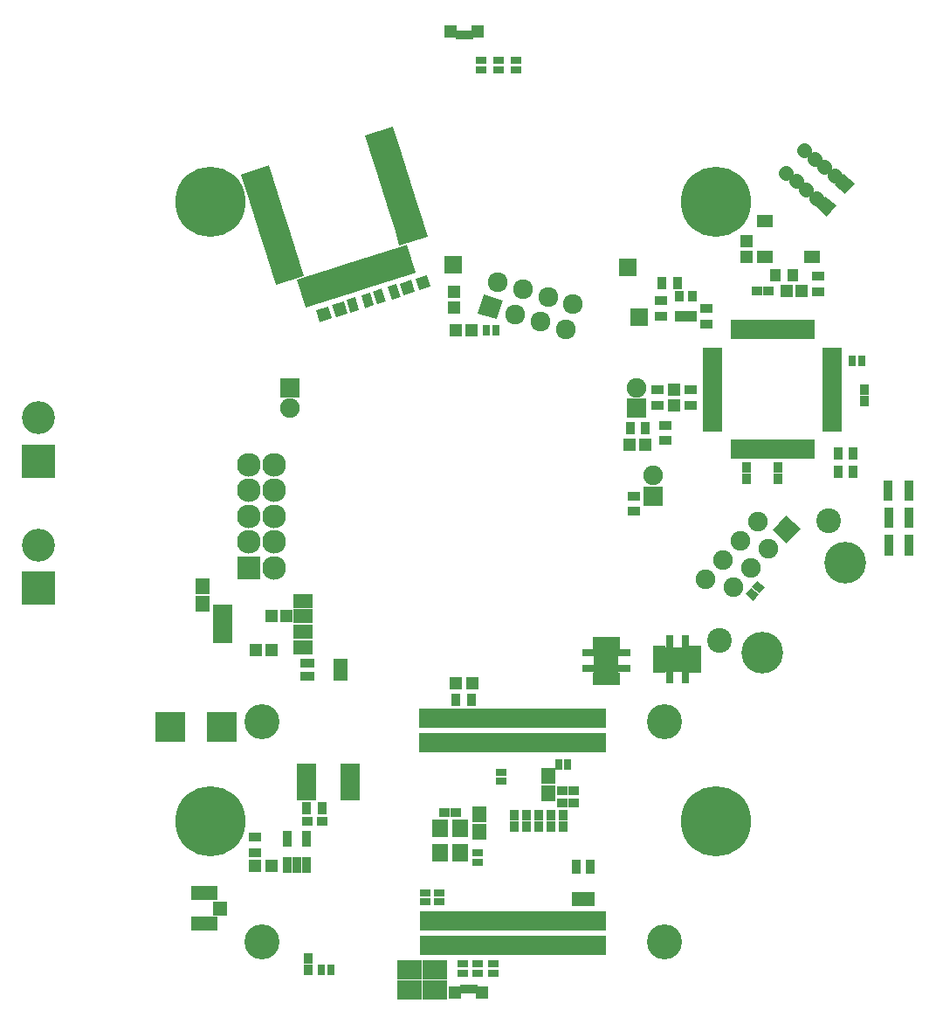
<source format=gbr>
G04 #@! TF.FileFunction,Soldermask,Top*
%FSLAX46Y46*%
G04 Gerber Fmt 4.6, Leading zero omitted, Abs format (unit mm)*
G04 Created by KiCad (PCBNEW 4.0.4-stable) date 02/27/17 08:30:15*
%MOMM*%
%LPD*%
G01*
G04 APERTURE LIST*
%ADD10C,0.100000*%
%ADD11R,0.950100X0.650380*%
%ADD12R,3.200000X3.200000*%
%ADD13C,3.200000*%
%ADD14R,1.300000X0.900000*%
%ADD15R,1.898600X0.679400*%
%ADD16R,0.679400X1.898600*%
%ADD17R,0.900000X1.300000*%
%ADD18R,0.900000X1.400000*%
%ADD19R,1.250000X0.680000*%
%ADD20R,0.680000X1.250000*%
%ADD21R,2.450000X2.450000*%
%ADD22R,1.600000X1.800000*%
%ADD23R,1.000000X0.800000*%
%ADD24R,1.000000X0.900000*%
%ADD25R,1.900000X1.900000*%
%ADD26C,1.900000*%
%ADD27R,2.300000X2.300000*%
%ADD28C,2.300000*%
%ADD29R,1.200000X1.150000*%
%ADD30R,1.150000X1.200000*%
%ADD31R,1.200000X1.200000*%
%ADD32R,1.000000X0.950000*%
%ADD33R,1.900000X3.600000*%
%ADD34C,6.800000*%
%ADD35R,1.900000X1.400000*%
%ADD36R,1.900000X3.700000*%
%ADD37R,0.948640X1.598880*%
%ADD38R,0.820000X1.000000*%
%ADD39R,1.000000X1.200000*%
%ADD40R,1.600000X1.300000*%
%ADD41R,1.398220X1.499820*%
%ADD42R,0.600000X1.840000*%
%ADD43R,1.400000X0.900000*%
%ADD44C,1.400000*%
%ADD45R,0.900000X1.000000*%
%ADD46R,0.800000X1.000000*%
%ADD47R,2.600000X1.450000*%
%ADD48R,1.450000X1.400000*%
%ADD49R,1.250000X1.300000*%
%ADD50R,0.850000X0.900000*%
%ADD51C,3.400000*%
%ADD52R,2.950000X2.900000*%
%ADD53C,4.050000*%
%ADD54C,2.400000*%
%ADD55R,1.750000X1.750000*%
%ADD56R,2.440000X1.940000*%
%ADD57C,1.924000*%
G04 APERTURE END LIST*
D10*
D11*
X189749240Y-104949760D03*
X191750760Y-105600000D03*
X189749240Y-106250240D03*
X189749240Y-105600000D03*
X191750760Y-106250240D03*
X191750760Y-104949760D03*
D10*
G36*
X142311164Y-79225734D02*
X141890176Y-77890530D01*
X144608270Y-77033518D01*
X145029258Y-78368722D01*
X142311164Y-79225734D01*
X142311164Y-79225734D01*
G37*
G36*
X133233879Y-85254349D02*
X132376867Y-82536255D01*
X133712071Y-82115267D01*
X134569083Y-84833361D01*
X133233879Y-85254349D01*
X133233879Y-85254349D01*
G37*
G36*
X127356951Y-73665194D02*
X126935963Y-72329990D01*
X129654057Y-71472978D01*
X130075045Y-72808182D01*
X127356951Y-73665194D01*
X127356951Y-73665194D01*
G37*
G36*
X127777939Y-75000398D02*
X127356951Y-73665194D01*
X130075045Y-72808182D01*
X130496033Y-74143386D01*
X127777939Y-75000398D01*
X127777939Y-75000398D01*
G37*
G36*
X128198927Y-76335601D02*
X127777939Y-75000397D01*
X130496033Y-74143385D01*
X130917021Y-75478589D01*
X128198927Y-76335601D01*
X128198927Y-76335601D01*
G37*
G36*
X128619915Y-77670805D02*
X128198927Y-76335601D01*
X130917021Y-75478589D01*
X131338009Y-76813793D01*
X128619915Y-77670805D01*
X128619915Y-77670805D01*
G37*
G36*
X129040903Y-79006009D02*
X128619915Y-77670805D01*
X131338009Y-76813793D01*
X131758997Y-78148997D01*
X129040903Y-79006009D01*
X129040903Y-79006009D01*
G37*
G36*
X129461891Y-80341212D02*
X129040903Y-79006008D01*
X131758997Y-78148996D01*
X132179985Y-79484200D01*
X129461891Y-80341212D01*
X129461891Y-80341212D01*
G37*
G36*
X129882879Y-81676416D02*
X129461891Y-80341212D01*
X132179985Y-79484200D01*
X132600973Y-80819404D01*
X129882879Y-81676416D01*
X129882879Y-81676416D01*
G37*
G36*
X130303867Y-83011620D02*
X129882879Y-81676416D01*
X132600973Y-80819404D01*
X133021961Y-82154608D01*
X130303867Y-83011620D01*
X130303867Y-83011620D01*
G37*
G36*
X134569083Y-84833361D02*
X133712071Y-82115267D01*
X135047275Y-81694279D01*
X135904287Y-84412373D01*
X134569083Y-84833361D01*
X134569083Y-84833361D01*
G37*
G36*
X135904287Y-84412373D02*
X135047275Y-81694279D01*
X136382479Y-81273291D01*
X137239491Y-83991385D01*
X135904287Y-84412373D01*
X135904287Y-84412373D01*
G37*
G36*
X137239491Y-83991384D02*
X136382479Y-81273290D01*
X137717683Y-80852302D01*
X138574695Y-83570396D01*
X137239491Y-83991384D01*
X137239491Y-83991384D01*
G37*
G36*
X138574694Y-83570396D02*
X137717682Y-80852302D01*
X139052886Y-80431314D01*
X139909898Y-83149408D01*
X138574694Y-83570396D01*
X138574694Y-83570396D01*
G37*
G36*
X139909898Y-83149408D02*
X139052886Y-80431314D01*
X140388090Y-80010326D01*
X141245102Y-82728420D01*
X139909898Y-83149408D01*
X139909898Y-83149408D01*
G37*
G36*
X141245102Y-82728420D02*
X140388090Y-80010326D01*
X141723294Y-79589338D01*
X142580306Y-82307432D01*
X141245102Y-82728420D01*
X141245102Y-82728420D01*
G37*
G36*
X142580306Y-82307432D02*
X141723294Y-79589338D01*
X143058498Y-79168350D01*
X143915510Y-81886444D01*
X142580306Y-82307432D01*
X142580306Y-82307432D01*
G37*
G36*
X141890176Y-77890530D02*
X141469188Y-76555326D01*
X144187282Y-75698314D01*
X144608270Y-77033518D01*
X141890176Y-77890530D01*
X141890176Y-77890530D01*
G37*
G36*
X141469188Y-76555326D02*
X141048200Y-75220122D01*
X143766294Y-74363110D01*
X144187282Y-75698314D01*
X141469188Y-76555326D01*
X141469188Y-76555326D01*
G37*
G36*
X141048200Y-75220123D02*
X140627212Y-73884919D01*
X143345306Y-73027907D01*
X143766294Y-74363111D01*
X141048200Y-75220123D01*
X141048200Y-75220123D01*
G37*
G36*
X140627211Y-73884919D02*
X140206223Y-72549715D01*
X142924317Y-71692703D01*
X143345305Y-73027907D01*
X140627211Y-73884919D01*
X140627211Y-73884919D01*
G37*
G36*
X140206223Y-72549715D02*
X139785235Y-71214511D01*
X142503329Y-70357499D01*
X142924317Y-71692703D01*
X140206223Y-72549715D01*
X140206223Y-72549715D01*
G37*
G36*
X139785235Y-71214512D02*
X139364247Y-69879308D01*
X142082341Y-69022296D01*
X142503329Y-70357500D01*
X139785235Y-71214512D01*
X139785235Y-71214512D01*
G37*
G36*
X139364247Y-69879308D02*
X138943259Y-68544104D01*
X141661353Y-67687092D01*
X142082341Y-69022296D01*
X139364247Y-69879308D01*
X139364247Y-69879308D01*
G37*
G36*
X137549710Y-85741434D02*
X137158793Y-84501602D01*
X138017138Y-84230966D01*
X138408055Y-85470798D01*
X137549710Y-85741434D01*
X137549710Y-85741434D01*
G37*
G36*
X138980286Y-85290376D02*
X138589369Y-84050544D01*
X139447714Y-83779908D01*
X139838631Y-85019740D01*
X138980286Y-85290376D01*
X138980286Y-85290376D01*
G37*
D12*
X107340400Y-100110400D03*
D13*
X107340400Y-95910400D03*
D14*
X182925000Y-83700000D03*
X182925000Y-82200000D03*
D15*
X172702220Y-89433400D03*
X172702220Y-89933780D03*
X172702220Y-90434160D03*
X172702220Y-90934540D03*
X172702220Y-91434920D03*
X172702220Y-91932760D03*
X172702220Y-92433140D03*
X172702220Y-92933520D03*
X172702220Y-93431360D03*
X172702220Y-93931740D03*
X172702220Y-94432120D03*
X172702220Y-94929960D03*
X172702220Y-95430340D03*
X172702220Y-95930720D03*
X172702220Y-96431100D03*
X172702220Y-96931480D03*
D16*
X174752000Y-98981260D03*
X175252380Y-98981260D03*
X175752760Y-98981260D03*
X176253140Y-98981260D03*
X176753520Y-98981260D03*
X177251360Y-98981260D03*
X177751740Y-98981260D03*
X178252120Y-98981260D03*
X178749960Y-98981260D03*
X179250340Y-98981260D03*
X179750720Y-98981260D03*
X180248560Y-98981260D03*
X180748940Y-98981260D03*
X181249320Y-98981260D03*
X181749700Y-98981260D03*
X182250080Y-98981260D03*
D15*
X184299860Y-96931480D03*
X184299860Y-96431100D03*
X184299860Y-95930720D03*
X184299860Y-95430340D03*
X184299860Y-94929960D03*
X184299860Y-94432120D03*
X184299860Y-93931740D03*
X184299860Y-93431360D03*
X184299860Y-92933520D03*
X184299860Y-92433140D03*
X184299860Y-91932760D03*
X184299860Y-91434920D03*
X184299860Y-90934540D03*
X184299860Y-90434160D03*
X184299860Y-89933780D03*
X184299860Y-89433400D03*
D16*
X182250080Y-87383620D03*
X181749700Y-87383620D03*
X181249320Y-87383620D03*
X180748940Y-87383620D03*
X180248560Y-87383620D03*
X179750720Y-87383620D03*
X179250340Y-87383620D03*
X178749960Y-87383620D03*
X178252120Y-87383620D03*
X177751740Y-87383620D03*
X177251360Y-87383620D03*
X176753520Y-87383620D03*
X176253140Y-87383620D03*
X175752760Y-87383620D03*
X175252380Y-87383620D03*
X174752000Y-87383620D03*
D17*
X167775000Y-82850000D03*
X169275000Y-82850000D03*
D18*
X159475000Y-142600000D03*
X160125000Y-142600000D03*
X160775000Y-142600000D03*
X159475000Y-139400000D03*
X160775000Y-139400000D03*
D19*
X164099200Y-118709600D03*
D20*
X163374200Y-117734600D03*
X162874200Y-117734600D03*
X162374200Y-117734600D03*
X161874200Y-117734600D03*
X161374200Y-117734600D03*
D19*
X160649200Y-118709600D03*
X160649200Y-120209600D03*
X164099200Y-120209600D03*
D20*
X161374200Y-121184600D03*
X161874200Y-121184600D03*
X162374200Y-121184600D03*
X162874200Y-121184600D03*
X163374200Y-121184600D03*
D21*
X162374200Y-119459600D03*
D22*
X146275000Y-135700000D03*
X146275000Y-138100000D03*
X148175000Y-138100000D03*
X148175000Y-135700000D03*
D23*
X149925000Y-138100000D03*
X149925000Y-139000000D03*
D24*
X147800000Y-134150000D03*
X146700000Y-134150000D03*
D23*
X153592600Y-62190900D03*
X153592600Y-61290900D03*
D25*
X166900000Y-103500000D03*
D26*
X166900000Y-101500000D03*
D27*
X127675000Y-110457000D03*
D28*
X127675000Y-107957000D03*
X127675000Y-105457000D03*
X127675000Y-102957000D03*
X127675000Y-100457000D03*
X130175000Y-110457000D03*
X130175000Y-107957000D03*
X130175000Y-105457000D03*
X130175000Y-102957000D03*
X130175000Y-100457000D03*
D29*
X129895600Y-118465600D03*
X128395600Y-118465600D03*
X166142800Y-98552000D03*
X164642800Y-98552000D03*
D30*
X168921000Y-93233400D03*
X168921000Y-94733400D03*
D29*
X131368800Y-115163600D03*
X129868800Y-115163600D03*
D31*
X129926080Y-139308840D03*
X128326080Y-139308840D03*
D32*
X133407960Y-135021320D03*
X134807960Y-135021320D03*
D33*
X137495280Y-131201160D03*
X133295280Y-131201160D03*
D34*
X173001100Y-135003600D03*
X124001100Y-135003600D03*
X124001100Y-75003600D03*
X173001100Y-75003600D03*
D14*
X128320800Y-136531920D03*
X128320800Y-138031920D03*
X168097200Y-98145600D03*
X168097200Y-96645600D03*
D17*
X166166800Y-96926400D03*
X164666800Y-96926400D03*
D14*
X170550000Y-93225000D03*
X170550000Y-94725000D03*
X167295400Y-93221400D03*
X167295400Y-94721400D03*
D17*
X134819520Y-133751320D03*
X133319520Y-133751320D03*
D14*
X172100000Y-85325000D03*
X172100000Y-86825000D03*
X167675000Y-86050000D03*
X167675000Y-84550000D03*
X165049200Y-103491600D03*
X165049200Y-104991600D03*
D35*
X132975000Y-118150000D03*
X132975000Y-116650000D03*
X132975000Y-115150000D03*
X132975000Y-113650000D03*
D36*
X125175000Y-115900000D03*
D37*
X131429760Y-139273280D03*
X132379720Y-139273280D03*
X133329680Y-139273280D03*
X133329680Y-136677400D03*
X131429760Y-136677400D03*
D38*
X169425000Y-86075000D03*
X170725000Y-86075000D03*
X169425000Y-84175000D03*
X170075000Y-86075000D03*
X170725000Y-84175000D03*
D39*
X180492400Y-82135980D03*
X178792400Y-82135980D03*
D11*
X191714360Y-103621040D03*
X189712840Y-102970800D03*
X191714360Y-102320560D03*
X191714360Y-102970800D03*
X189712840Y-102320560D03*
X189712840Y-103621040D03*
D30*
X176006760Y-80343440D03*
X176006760Y-78843440D03*
X147625000Y-83750000D03*
X147625000Y-85250000D03*
D29*
X179825000Y-83667600D03*
X181325000Y-83667600D03*
D10*
G36*
X142684445Y-84063184D02*
X142323598Y-82918723D01*
X143468059Y-82557876D01*
X143828906Y-83702337D01*
X142684445Y-84063184D01*
X142684445Y-84063184D01*
G37*
G36*
X144210393Y-83582054D02*
X143849546Y-82437593D01*
X144994007Y-82076746D01*
X145354854Y-83221207D01*
X144210393Y-83582054D01*
X144210393Y-83582054D01*
G37*
G36*
X136916807Y-84655581D02*
X137277654Y-85800042D01*
X136133193Y-86160889D01*
X135772346Y-85016428D01*
X136916807Y-84655581D01*
X136916807Y-84655581D01*
G37*
G36*
X135390859Y-85136711D02*
X135751706Y-86281172D01*
X134607245Y-86642019D01*
X134246398Y-85497558D01*
X135390859Y-85136711D01*
X135390859Y-85136711D01*
G37*
D40*
X177754280Y-80355440D03*
X182354280Y-80355440D03*
X177754280Y-76855440D03*
D10*
G36*
X142041914Y-82963166D02*
X142432831Y-84202998D01*
X141574486Y-84473634D01*
X141183569Y-83233802D01*
X142041914Y-82963166D01*
X142041914Y-82963166D01*
G37*
G36*
X140611338Y-83414224D02*
X141002255Y-84654056D01*
X140143910Y-84924692D01*
X139752993Y-83684860D01*
X140611338Y-83414224D01*
X140611338Y-83414224D01*
G37*
D17*
X186334400Y-99415600D03*
X184834400Y-99415600D03*
X186322400Y-101142800D03*
X184822400Y-101142800D03*
D41*
X156748400Y-132310360D03*
X156748400Y-130613640D03*
X150075000Y-134328280D03*
X150075000Y-136025000D03*
D10*
G36*
X176962893Y-111701148D02*
X177728937Y-112343936D01*
X177214707Y-112956772D01*
X176448663Y-112313984D01*
X176962893Y-111701148D01*
X176962893Y-111701148D01*
G37*
G36*
X176384385Y-112390588D02*
X177150429Y-113033376D01*
X176636199Y-113646212D01*
X175870155Y-113003424D01*
X176384385Y-112390588D01*
X176384385Y-112390588D01*
G37*
D31*
X147739200Y-87477600D03*
X149339200Y-87477600D03*
D20*
X168515600Y-117604200D03*
D19*
X167540600Y-118329200D03*
X167540600Y-118829200D03*
X167540600Y-119329200D03*
X167540600Y-119829200D03*
X167540600Y-120329200D03*
D20*
X168515600Y-121054200D03*
X170015600Y-121054200D03*
X170015600Y-117604200D03*
D19*
X170990600Y-120329200D03*
X170990600Y-119829200D03*
X170990600Y-119329200D03*
X170990600Y-118829200D03*
X170990600Y-118329200D03*
D21*
X169265600Y-119329200D03*
D11*
X191750760Y-108925240D03*
X189749240Y-108275000D03*
X191750760Y-107624760D03*
X191750760Y-108275000D03*
X189749240Y-107624760D03*
X189749240Y-108925240D03*
D25*
X131700000Y-93000000D03*
D26*
X131700000Y-95000000D03*
D31*
X147775000Y-121675000D03*
X149375000Y-121675000D03*
D17*
X149300000Y-123225000D03*
X147800000Y-123225000D03*
D42*
X162119200Y-147015200D03*
X162119200Y-144675200D03*
X161719200Y-147015200D03*
X161719200Y-144675200D03*
X161319200Y-147015200D03*
X161319200Y-144675200D03*
X160919200Y-147015200D03*
X160919200Y-144675200D03*
X160519200Y-147015200D03*
X160519200Y-144675200D03*
X160119200Y-147015200D03*
X160119200Y-144675200D03*
X159719200Y-147015200D03*
X159719200Y-144675200D03*
X159319200Y-147015200D03*
X159319200Y-144675200D03*
X158919200Y-147015200D03*
X158919200Y-144675200D03*
X158519200Y-147015200D03*
X158519200Y-144675200D03*
X158119200Y-147015200D03*
X158119200Y-144675200D03*
X157719200Y-147015200D03*
X157719200Y-144675200D03*
X157319200Y-147015200D03*
X157319200Y-144675200D03*
X156919200Y-147015200D03*
X156919200Y-144675200D03*
X156519200Y-147015200D03*
X156519200Y-144675200D03*
X156119200Y-147015200D03*
X156119200Y-144675200D03*
X155719200Y-147015200D03*
X155719200Y-144675200D03*
X155319200Y-147015200D03*
X155319200Y-144675200D03*
X154919200Y-147015200D03*
X154919200Y-144675200D03*
X154519200Y-147015200D03*
X154519200Y-144675200D03*
X154119200Y-147015200D03*
X154119200Y-144675200D03*
X153719200Y-147015200D03*
X153719200Y-144675200D03*
X153319200Y-147015200D03*
X153319200Y-144675200D03*
X152919200Y-147015200D03*
X152919200Y-144675200D03*
X152519200Y-147015200D03*
X152519200Y-144675200D03*
X152119200Y-147015200D03*
X152119200Y-144675200D03*
X151719200Y-147015200D03*
X151719200Y-144675200D03*
X151319200Y-147015200D03*
X151319200Y-144675200D03*
X150919200Y-147015200D03*
X150919200Y-144675200D03*
X150519200Y-147015200D03*
X150519200Y-144675200D03*
X150119200Y-147015200D03*
X150119200Y-144675200D03*
X149719200Y-147015200D03*
X149719200Y-144675200D03*
X149319200Y-147015200D03*
X149319200Y-144675200D03*
X148919200Y-147015200D03*
X148919200Y-144675200D03*
X148519200Y-147015200D03*
X148519200Y-144675200D03*
X148119200Y-147015200D03*
X148119200Y-144675200D03*
X147719200Y-147015200D03*
X147719200Y-144675200D03*
X147319200Y-147015200D03*
X147319200Y-144675200D03*
X146919200Y-147015200D03*
X146919200Y-144675200D03*
X146519200Y-147015200D03*
X146519200Y-144675200D03*
X146119200Y-147015200D03*
X146119200Y-144675200D03*
X145719200Y-147015200D03*
X145719200Y-144675200D03*
X145319200Y-147015200D03*
X145319200Y-144675200D03*
X144919200Y-147015200D03*
X144919200Y-144675200D03*
X144519200Y-147015200D03*
X144519200Y-144675200D03*
D43*
X136621520Y-120985040D03*
X136621520Y-120335040D03*
X136621520Y-119685040D03*
X133421520Y-120985040D03*
X133421520Y-119685040D03*
D25*
X165300000Y-95000000D03*
D26*
X165300000Y-93000000D03*
D10*
G36*
X183771629Y-76422103D02*
X182699167Y-75522201D01*
X183599069Y-74449739D01*
X184671531Y-75349641D01*
X183771629Y-76422103D01*
X183771629Y-76422103D01*
G37*
D44*
X182712473Y-74619581D02*
X182712473Y-74619581D01*
X181739596Y-73803240D02*
X181739596Y-73803240D01*
X180766720Y-72986900D02*
X180766720Y-72986900D01*
X179793843Y-72170560D02*
X179793843Y-72170560D01*
D10*
G36*
X185562160Y-74267722D02*
X184489698Y-73367820D01*
X185389600Y-72295358D01*
X186462062Y-73195260D01*
X185562160Y-74267722D01*
X185562160Y-74267722D01*
G37*
D44*
X184503004Y-72465200D02*
X184503004Y-72465200D01*
X183530127Y-71648859D02*
X183530127Y-71648859D01*
X182557251Y-70832519D02*
X182557251Y-70832519D01*
X181584374Y-70016179D02*
X181584374Y-70016179D01*
D45*
X133502400Y-149402800D03*
X133502400Y-148302800D03*
D46*
X134728800Y-149402800D03*
X135628800Y-149402800D03*
D47*
X123400000Y-144950000D03*
X123400000Y-142000000D03*
D48*
X124925000Y-143475000D03*
D49*
X150350000Y-151600000D03*
X147700000Y-151600000D03*
D50*
X149450000Y-151250000D03*
X148600000Y-151250000D03*
D49*
X147275000Y-58450000D03*
X149925000Y-58450000D03*
D50*
X148175000Y-58800000D03*
X149025000Y-58800000D03*
D42*
X144512142Y-125040000D03*
X144512142Y-127380000D03*
X144912142Y-125040000D03*
X144912142Y-127380000D03*
X145312142Y-125040000D03*
X145312142Y-127380000D03*
X145712142Y-125040000D03*
X145712142Y-127380000D03*
X146112142Y-125040000D03*
X146112142Y-127380000D03*
X146512142Y-125040000D03*
X146512142Y-127380000D03*
X146912142Y-125040000D03*
X146912142Y-127380000D03*
X147312142Y-125040000D03*
X147312142Y-127380000D03*
X147712142Y-125040000D03*
X147712142Y-127380000D03*
X148112142Y-125040000D03*
X148112142Y-127380000D03*
X148512142Y-125040000D03*
X148512142Y-127380000D03*
X148912142Y-125040000D03*
X148912142Y-127380000D03*
X149312142Y-125040000D03*
X149312142Y-127380000D03*
X149712142Y-125040000D03*
X149712142Y-127380000D03*
X150112142Y-125040000D03*
X150112142Y-127380000D03*
X150512142Y-125040000D03*
X150512142Y-127380000D03*
X150912142Y-125040000D03*
X150912142Y-127380000D03*
X151312142Y-125040000D03*
X151312142Y-127380000D03*
X151712142Y-125040000D03*
X151712142Y-127380000D03*
X152112142Y-125040000D03*
X152112142Y-127380000D03*
X152512142Y-125040000D03*
X152512142Y-127380000D03*
X152912142Y-125040000D03*
X152912142Y-127380000D03*
X153312142Y-125040000D03*
X153312142Y-127380000D03*
X153712142Y-125040000D03*
X153712142Y-127380000D03*
X154112142Y-125040000D03*
X154112142Y-127380000D03*
X154512142Y-125040000D03*
X154512142Y-127380000D03*
X154912142Y-125040000D03*
X154912142Y-127380000D03*
X155312142Y-125040000D03*
X155312142Y-127380000D03*
X155712142Y-125040000D03*
X155712142Y-127380000D03*
X156112142Y-125040000D03*
X156112142Y-127380000D03*
X156512142Y-125040000D03*
X156512142Y-127380000D03*
X156912142Y-125040000D03*
X156912142Y-127380000D03*
X157312142Y-125040000D03*
X157312142Y-127380000D03*
X157712142Y-125040000D03*
X157712142Y-127380000D03*
X158112142Y-125040000D03*
X158112142Y-127380000D03*
X158512142Y-125040000D03*
X158512142Y-127380000D03*
X158912142Y-125040000D03*
X158912142Y-127380000D03*
X159312142Y-125040000D03*
X159312142Y-127380000D03*
X159712142Y-125040000D03*
X159712142Y-127380000D03*
X160112142Y-125040000D03*
X160112142Y-127380000D03*
X160512142Y-125040000D03*
X160512142Y-127380000D03*
X160912142Y-125040000D03*
X160912142Y-127380000D03*
X161312142Y-125040000D03*
X161312142Y-127380000D03*
X161712142Y-125040000D03*
X161712142Y-127380000D03*
X162112142Y-125040000D03*
X162112142Y-127380000D03*
D51*
X168021000Y-125343000D03*
X168021000Y-146703000D03*
X129001000Y-146703000D03*
X129001000Y-125343000D03*
D52*
X125125000Y-125875000D03*
X120075000Y-125875000D03*
D23*
X151425000Y-148825000D03*
X151425000Y-149725000D03*
X148425000Y-148825000D03*
X148425000Y-149725000D03*
X149925000Y-148825000D03*
X149925000Y-149725000D03*
X150217600Y-62215900D03*
X150217600Y-61315900D03*
X151892600Y-62215900D03*
X151892600Y-61315900D03*
D46*
X151674400Y-87477600D03*
X150774400Y-87477600D03*
D45*
X179019200Y-100694400D03*
X179019200Y-101794400D03*
X187416440Y-93207660D03*
X187416440Y-94307660D03*
D24*
X176999720Y-83619340D03*
X178099720Y-83619340D03*
D45*
X175982540Y-100745200D03*
X175982540Y-101845200D03*
D23*
X146151964Y-142852200D03*
X146151964Y-141952200D03*
X144781564Y-141950000D03*
X144781564Y-142850000D03*
X152175000Y-131150000D03*
X152175000Y-130250000D03*
D12*
X107340400Y-112454800D03*
D13*
X107340400Y-108254800D03*
D41*
X123225000Y-113946720D03*
X123225000Y-112250000D03*
D46*
X187125000Y-90424000D03*
X186225000Y-90424000D03*
X158634000Y-129540000D03*
X157734000Y-129540000D03*
D24*
X158123400Y-133237000D03*
X159223400Y-133237000D03*
D45*
X157023400Y-134437000D03*
X157023400Y-135537000D03*
D24*
X158123400Y-132087000D03*
X159223400Y-132087000D03*
D45*
X158198400Y-134437000D03*
X158198400Y-135537000D03*
X154598400Y-134437000D03*
X154598400Y-135537000D03*
X153423400Y-134437000D03*
X153423400Y-135537000D03*
X155848400Y-134437000D03*
X155848400Y-135537000D03*
D53*
X177504083Y-118687568D03*
X185523338Y-109936086D03*
D10*
G36*
X179776395Y-105402407D02*
X181177222Y-106686028D01*
X179893601Y-108086855D01*
X178492774Y-106803234D01*
X179776395Y-105402407D01*
X179776395Y-105402407D01*
G37*
D26*
X177104314Y-105964974D03*
X178118999Y-108617315D03*
X175388315Y-107837659D03*
X176403000Y-110490000D03*
X173672316Y-109710343D03*
X174687001Y-112362684D03*
X171956317Y-111583027D03*
D54*
X173322051Y-117493526D03*
X183962597Y-105881408D03*
D55*
X164425000Y-81325000D03*
X165525000Y-86175000D03*
X147500000Y-81125000D03*
D56*
X143305200Y-149402800D03*
X143305200Y-151332800D03*
X145745200Y-151332800D03*
X145745200Y-149402800D03*
D10*
G36*
X151771961Y-86374010D02*
X149927192Y-85827565D01*
X150473637Y-83982796D01*
X152318406Y-84529241D01*
X151771961Y-86374010D01*
X151771961Y-86374010D01*
G37*
D57*
X151844198Y-82743001D03*
X153558201Y-85899802D03*
X154279600Y-83464400D03*
X155993603Y-86621201D03*
X156715002Y-84185799D03*
X158429005Y-87342600D03*
X159150404Y-84907198D03*
M02*

</source>
